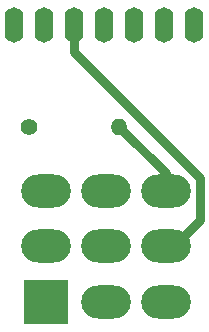
<source format=gbr>
G04 #@! TF.GenerationSoftware,KiCad,Pcbnew,(5.1.5-0-10_14)*
G04 #@! TF.CreationDate,2021-09-14T18:47:20+02:00*
G04 #@! TF.ProjectId,3pdt-npnium,33706474-2d6e-4706-9e69-756d2e6b6963,rev?*
G04 #@! TF.SameCoordinates,Original*
G04 #@! TF.FileFunction,Copper,L2,Bot*
G04 #@! TF.FilePolarity,Positive*
%FSLAX46Y46*%
G04 Gerber Fmt 4.6, Leading zero omitted, Abs format (unit mm)*
G04 Created by KiCad (PCBNEW (5.1.5-0-10_14)) date 2021-09-14 18:47:20*
%MOMM*%
%LPD*%
G04 APERTURE LIST*
%ADD10O,1.400000X1.400000*%
%ADD11C,1.400000*%
%ADD12O,4.200000X2.800000*%
%ADD13R,3.816000X3.816000*%
%ADD14O,1.600000X3.000000*%
%ADD15C,0.800000*%
G04 APERTURE END LIST*
D10*
X70120000Y-47600000D03*
D11*
X62500000Y-47600000D03*
D12*
X74060000Y-53010000D03*
X74060000Y-57710000D03*
X74060000Y-62410000D03*
X68980000Y-53010000D03*
X68980000Y-57710000D03*
X68980000Y-62410000D03*
X63900000Y-53010000D03*
X63900000Y-57710000D03*
D13*
X63900000Y-62410000D03*
D14*
X76500000Y-39000000D03*
X73960000Y-39000000D03*
X71420000Y-39000000D03*
X61260000Y-39000000D03*
X63800000Y-39000000D03*
X66340000Y-39000000D03*
X68880000Y-39000000D03*
D15*
X76960000Y-55510000D02*
X74760000Y-57710000D01*
X76960000Y-51920000D02*
X76960000Y-55510000D01*
X66340000Y-41300000D02*
X76960000Y-51920000D01*
X74760000Y-57710000D02*
X74060000Y-57710000D01*
X66340000Y-39000000D02*
X66340000Y-41300000D01*
X74060000Y-51540000D02*
X70120000Y-47600000D01*
X74060000Y-53010000D02*
X74060000Y-51540000D01*
M02*

</source>
